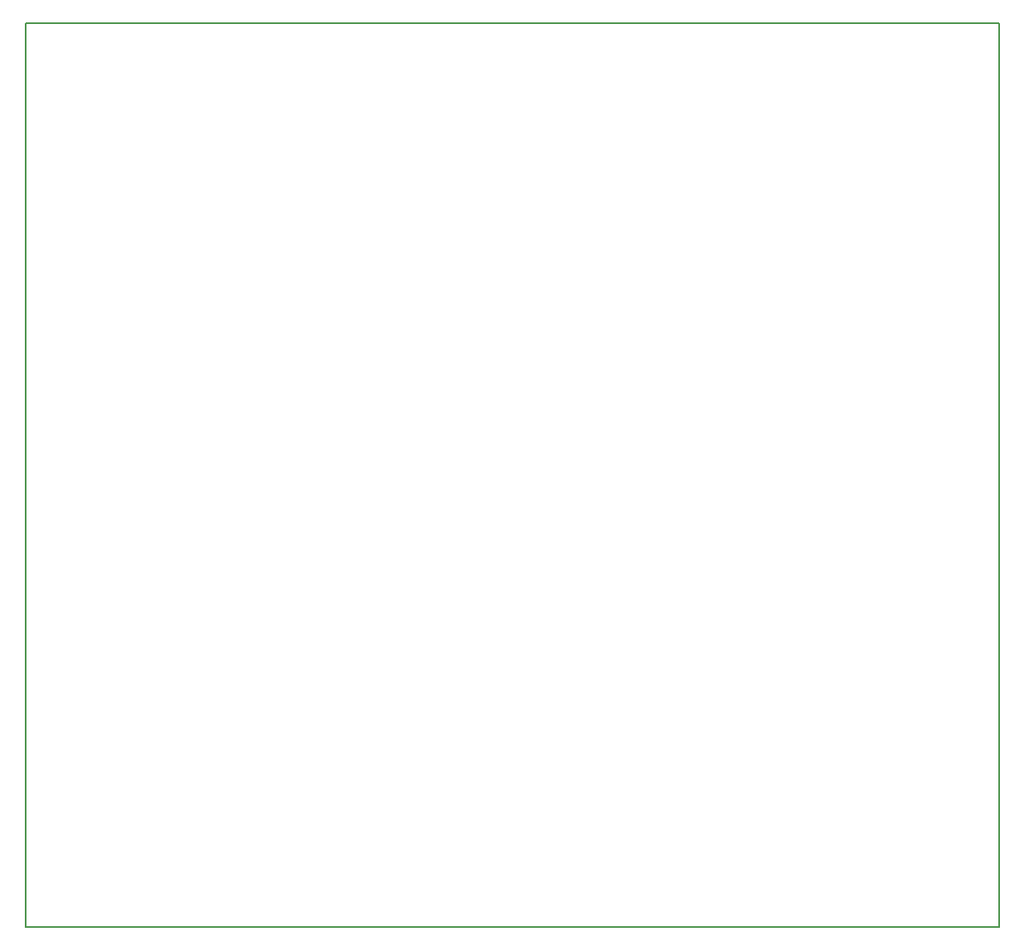
<source format=gbr>
G04 #@! TF.GenerationSoftware,KiCad,Pcbnew,5.0.2+dfsg1-1~bpo9+1*
G04 #@! TF.CreationDate,2019-06-05T17:15:04-04:00*
G04 #@! TF.ProjectId,SCARAMotorFeedbackController,53434152-414d-46f7-946f-724665656462,rev?*
G04 #@! TF.SameCoordinates,Original*
G04 #@! TF.FileFunction,Profile,NP*
%FSLAX46Y46*%
G04 Gerber Fmt 4.6, Leading zero omitted, Abs format (unit mm)*
G04 Created by KiCad (PCBNEW 5.0.2+dfsg1-1~bpo9+1) date Wed 05 Jun 2019 05:15:04 PM EDT*
%MOMM*%
%LPD*%
G01*
G04 APERTURE LIST*
%ADD10C,0.200000*%
G04 APERTURE END LIST*
D10*
X0Y0D02*
X99500000Y0D01*
X0Y92500000D02*
X0Y0D01*
X99500000Y92500000D02*
X0Y92500000D01*
X99500000Y0D02*
X99500000Y92500000D01*
M02*

</source>
